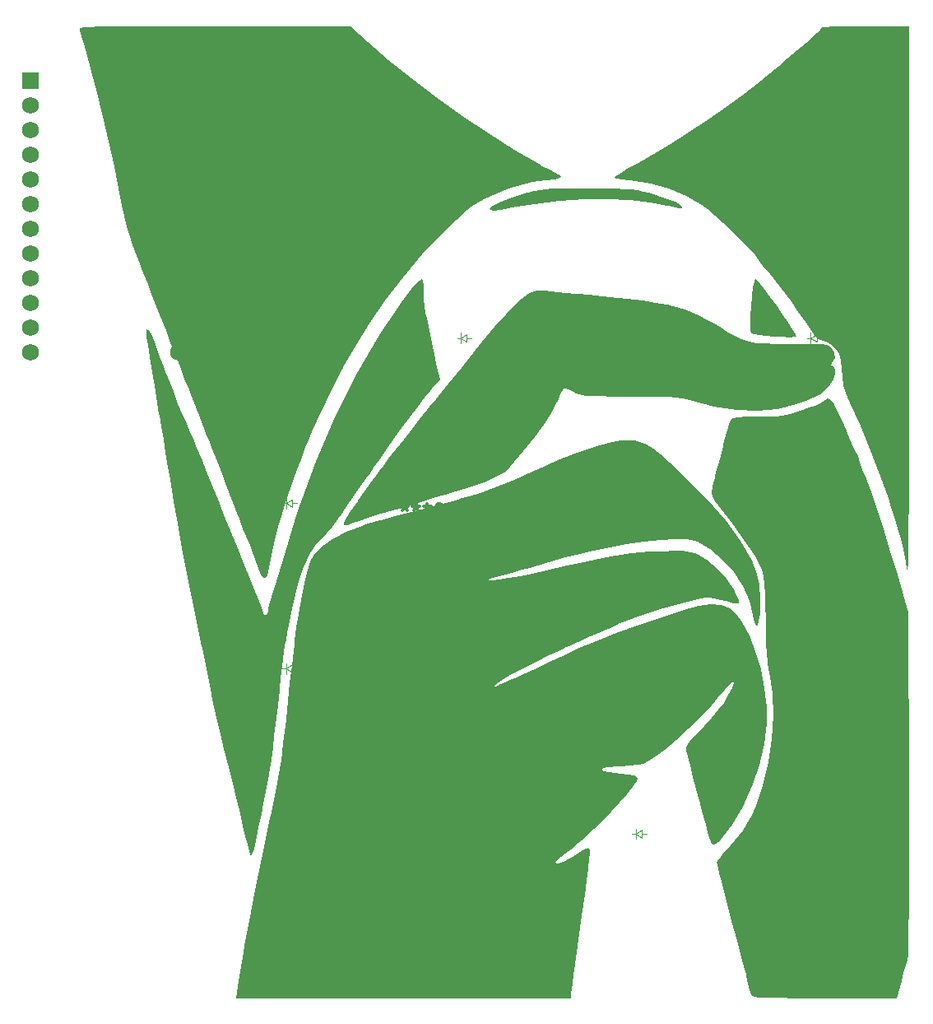
<source format=gbr>
%TF.GenerationSoftware,KiCad,Pcbnew,(6.0.4)*%
%TF.CreationDate,2022-07-18T01:28:08-04:00*%
%TF.ProjectId,lisa,6c697361-2e6b-4696-9361-645f70636258,v1.0.0*%
%TF.SameCoordinates,Original*%
%TF.FileFunction,Legend,Bot*%
%TF.FilePolarity,Positive*%
%FSLAX46Y46*%
G04 Gerber Fmt 4.6, Leading zero omitted, Abs format (unit mm)*
G04 Created by KiCad (PCBNEW (6.0.4)) date 2022-07-18 01:28:08*
%MOMM*%
%LPD*%
G01*
G04 APERTURE LIST*
%ADD10C,0.300000*%
%ADD11C,0.100000*%
%ADD12R,1.752600X1.752600*%
%ADD13C,1.752600*%
G04 APERTURE END LIST*
D10*
%TO.C,G\u002A\u002A\u002A*%
X15142571Y29362000D02*
X15287714Y29434571D01*
X15505428Y29434571D01*
X15723142Y29362000D01*
X15868285Y29216857D01*
X15940857Y29071714D01*
X16013428Y28781428D01*
X16013428Y28563714D01*
X15940857Y28273428D01*
X15868285Y28128285D01*
X15723142Y27983142D01*
X15505428Y27910571D01*
X15360285Y27910571D01*
X15142571Y27983142D01*
X15070000Y28055714D01*
X15070000Y28563714D01*
X15360285Y28563714D01*
X14199142Y29434571D02*
X14199142Y29071714D01*
X14562000Y29216857D02*
X14199142Y29071714D01*
X13836285Y29216857D01*
X14416857Y28781428D02*
X14199142Y29071714D01*
X13981428Y28781428D01*
X13038000Y29434571D02*
X13038000Y29071714D01*
X13400857Y29216857D02*
X13038000Y29071714D01*
X12675142Y29216857D01*
X13255714Y28781428D02*
X13038000Y29071714D01*
X12820285Y28781428D01*
X11876857Y29434571D02*
X11876857Y29071714D01*
X12239714Y29216857D02*
X11876857Y29071714D01*
X11514000Y29216857D01*
X12094571Y28781428D02*
X11876857Y29071714D01*
X11659142Y28781428D01*
G36*
X55655737Y40223037D02*
G01*
X55942909Y39859600D01*
X56165443Y39467611D01*
X56497705Y38795146D01*
X56891933Y37940945D01*
X57302946Y37000000D01*
X57327979Y36941084D01*
X57712075Y36052277D01*
X58049096Y35298861D01*
X58303459Y34758785D01*
X58439583Y34510001D01*
X58486455Y34443000D01*
X58600001Y34057821D01*
X58615666Y33949052D01*
X58752030Y33512469D01*
X58982972Y32947821D01*
X59272693Y32266294D01*
X59785414Y30917931D01*
X60377299Y29215631D01*
X61041204Y27180883D01*
X61769982Y24835177D01*
X62556490Y22200000D01*
X63700000Y18300000D01*
X63752810Y700000D01*
X63756176Y-549982D01*
X63760773Y-3352885D01*
X63760930Y-5971184D01*
X63756820Y-8380945D01*
X63748613Y-10558239D01*
X63736483Y-12479133D01*
X63720599Y-14119695D01*
X63701134Y-15455995D01*
X63678260Y-16464100D01*
X63652148Y-17120079D01*
X63622970Y-17400000D01*
X63582833Y-17518379D01*
X63423549Y-18050644D01*
X63215037Y-18802103D01*
X62991735Y-19650000D01*
X62543148Y-21400000D01*
X55085052Y-21400000D01*
X53523991Y-21399365D01*
X51885066Y-21395813D01*
X50577918Y-21387553D01*
X49564504Y-21372823D01*
X48806779Y-21349864D01*
X48266699Y-21316914D01*
X47906220Y-21272213D01*
X47687297Y-21214001D01*
X47571887Y-21140516D01*
X47521946Y-21050000D01*
X47504825Y-20991355D01*
X47385020Y-20559407D01*
X47203894Y-19889537D01*
X46993493Y-19100000D01*
X46970375Y-19012654D01*
X46726884Y-18093396D01*
X46488597Y-17194844D01*
X46304043Y-16500000D01*
X46038604Y-15501453D01*
X45503004Y-13480944D01*
X45061781Y-11806724D01*
X44707857Y-10451093D01*
X44434154Y-9386347D01*
X44233595Y-8584786D01*
X44099102Y-8018706D01*
X44023596Y-7660406D01*
X44000000Y-7482183D01*
X44060672Y-7322929D01*
X44346289Y-6898358D01*
X44812747Y-6317566D01*
X45400751Y-5657780D01*
X46638964Y-4146964D01*
X47595877Y-2528935D01*
X47999407Y-1627437D01*
X48734064Y505634D01*
X49284768Y2836636D01*
X49638901Y5263064D01*
X49783843Y7682415D01*
X49706973Y9992184D01*
X49395672Y12089869D01*
X49315846Y12470134D01*
X49186221Y13235546D01*
X49095794Y14059793D01*
X49038596Y15028093D01*
X49008654Y16225664D01*
X49000000Y17737724D01*
X48996692Y18812315D01*
X48971744Y20111130D01*
X48907668Y21136798D01*
X48787425Y21964825D01*
X48593980Y22670719D01*
X48310293Y23329987D01*
X47919327Y24018137D01*
X47404045Y24810676D01*
X46613749Y25966784D01*
X45808081Y27102617D01*
X45058958Y28118157D01*
X44419584Y28941315D01*
X43943164Y29500000D01*
X43903274Y29543329D01*
X43582718Y30009687D01*
X43457663Y30543062D01*
X43521831Y31240738D01*
X43768944Y32200000D01*
X43772862Y32213116D01*
X43908406Y32690118D01*
X44116428Y33447976D01*
X44369300Y34385126D01*
X44639394Y35400000D01*
X44672888Y35526296D01*
X44932657Y36475941D01*
X45167116Y37284555D01*
X45351689Y37869965D01*
X45461804Y38150000D01*
X45649758Y38256683D01*
X46134683Y38338596D01*
X46945511Y38385223D01*
X48118785Y38400000D01*
X49034658Y38407103D01*
X49974743Y38446079D01*
X50740206Y38533358D01*
X51458476Y38684843D01*
X52256982Y38916436D01*
X52629861Y39034648D01*
X53477278Y39318942D01*
X54097960Y39564560D01*
X54609514Y39821602D01*
X55129546Y40140169D01*
X55420407Y40290768D01*
X55655737Y40223037D01*
G37*
G36*
X35514069Y35941636D02*
G01*
X36117373Y35802631D01*
X36735063Y35535196D01*
X37410741Y35112483D01*
X38188011Y34507643D01*
X39110477Y33693830D01*
X40221742Y32644195D01*
X41565411Y31331891D01*
X42916865Y29949903D01*
X44853258Y27737804D01*
X46415040Y25620922D01*
X47597018Y23605909D01*
X48006946Y22550250D01*
X48322399Y21137613D01*
X48467848Y19612689D01*
X48422210Y18115746D01*
X48315416Y17405566D01*
X48163534Y16961540D01*
X47998039Y16899473D01*
X47839555Y17224405D01*
X47708704Y17941375D01*
X47702293Y17992634D01*
X47336727Y19465410D01*
X46653191Y20965565D01*
X45714718Y22409001D01*
X44584340Y23711620D01*
X43325090Y24789321D01*
X42000000Y25558006D01*
X41735475Y25649774D01*
X40853395Y25791447D01*
X39656781Y25825914D01*
X38195045Y25754892D01*
X36517603Y25580100D01*
X34673869Y25303256D01*
X33778747Y25145370D01*
X32495804Y24898981D01*
X31225845Y24626102D01*
X29890077Y24307654D01*
X28409709Y23924558D01*
X26705947Y23457734D01*
X24700000Y22888103D01*
X23975800Y22680740D01*
X22909867Y22378271D01*
X21988950Y22120184D01*
X21292782Y21928765D01*
X20901100Y21826301D01*
X20854745Y21814762D01*
X20527378Y21682277D01*
X20503844Y21559429D01*
X20545100Y21546018D01*
X20925670Y21552612D01*
X21621555Y21639852D01*
X22574843Y21797594D01*
X23727622Y22015691D01*
X25021978Y22283999D01*
X26400000Y22592371D01*
X26458891Y22606035D01*
X28549343Y23086568D01*
X30308965Y23479170D01*
X31793412Y23793217D01*
X33058340Y24038083D01*
X34159403Y24223145D01*
X35152258Y24357776D01*
X36092558Y24451354D01*
X37035960Y24513253D01*
X38038119Y24552847D01*
X38499187Y24566375D01*
X39580351Y24591504D01*
X40365927Y24591195D01*
X40933065Y24558782D01*
X41358915Y24487598D01*
X41720628Y24370976D01*
X42095356Y24202249D01*
X42949550Y23693476D01*
X44044292Y22797120D01*
X45018694Y21743715D01*
X45741733Y20660527D01*
X46025511Y20070977D01*
X46222550Y19555875D01*
X46266442Y19273701D01*
X46136948Y19188270D01*
X45716380Y19222861D01*
X44973415Y19423701D01*
X44394422Y19586601D01*
X43696300Y19740544D01*
X43203775Y19800000D01*
X42811472Y19764161D01*
X42008683Y19613001D01*
X40961783Y19363983D01*
X39746593Y19039242D01*
X38438933Y18660914D01*
X37114624Y18251138D01*
X35849485Y17832048D01*
X34719337Y17425781D01*
X33800000Y17054474D01*
X33699435Y17010305D01*
X33003454Y16704853D01*
X32300000Y16396402D01*
X32207506Y16355647D01*
X31583575Y16075497D01*
X30778469Y15708459D01*
X29942369Y15322915D01*
X29656178Y15190919D01*
X28985511Y14888763D01*
X28496253Y14678724D01*
X28278617Y14600000D01*
X28215246Y14579238D01*
X27857178Y14418445D01*
X27255330Y14129942D01*
X26484922Y13751387D01*
X25621176Y13320438D01*
X24739313Y12874752D01*
X23914555Y12451988D01*
X23222124Y12089803D01*
X22737240Y11825854D01*
X22263481Y11552300D01*
X21538332Y11102128D01*
X21152174Y10803340D01*
X21088926Y10644409D01*
X21170189Y10620086D01*
X21445167Y10739842D01*
X21518976Y10789698D01*
X21939209Y11008958D01*
X22500000Y11250997D01*
X22642578Y11307774D01*
X22965558Y11441944D01*
X23373206Y11619483D01*
X23911767Y11861477D01*
X24627483Y12189013D01*
X25566598Y12623178D01*
X26775356Y13185058D01*
X28300000Y13895740D01*
X29844795Y14599562D01*
X31730501Y15407531D01*
X33663055Y16173975D01*
X35728278Y16931360D01*
X38011987Y17712150D01*
X40600000Y18548812D01*
X42126018Y18957395D01*
X43394127Y19122470D01*
X44431038Y19035329D01*
X45279460Y18692329D01*
X45982103Y18089828D01*
X46583534Y17279631D01*
X47321035Y15911540D01*
X47968344Y14275754D01*
X48501267Y12446049D01*
X48895606Y10496205D01*
X49127166Y8500000D01*
X49126974Y6812165D01*
X48861702Y4713794D01*
X48343409Y2538572D01*
X47604256Y378618D01*
X46676401Y-1673948D01*
X45592006Y-3527008D01*
X44383231Y-5088444D01*
X44110664Y-5367814D01*
X43746486Y-5609103D01*
X43474862Y-5528525D01*
X43252292Y-5100639D01*
X43035278Y-4300000D01*
X42862329Y-3592665D01*
X42628309Y-2693660D01*
X42384448Y-1800000D01*
X42268868Y-1386724D01*
X41879201Y29884D01*
X41528546Y1339642D01*
X41231103Y2487003D01*
X41001066Y3416422D01*
X40852633Y4072354D01*
X40800000Y4399252D01*
X40876315Y4572178D01*
X41188770Y4991885D01*
X41686661Y5560248D01*
X42309581Y6205006D01*
X42658705Y6561163D01*
X43432169Y7410463D01*
X44150279Y8270206D01*
X44693303Y9000000D01*
X45188899Y9776334D01*
X45581566Y10492392D01*
X45767744Y10967496D01*
X45751219Y11179176D01*
X45535777Y11104962D01*
X45125204Y10722385D01*
X44523286Y10008977D01*
X44422610Y9881934D01*
X43430642Y8718025D01*
X42286762Y7503680D01*
X41057580Y6299646D01*
X39809706Y5166668D01*
X38609751Y4165491D01*
X37524324Y3356862D01*
X36620035Y2801526D01*
X36400631Y2727505D01*
X35802124Y2614312D01*
X34986051Y2515991D01*
X34063061Y2447848D01*
X33745064Y2429833D01*
X32794313Y2344026D01*
X32241397Y2235159D01*
X32086727Y2109777D01*
X32330712Y1974427D01*
X32973761Y1835652D01*
X34016283Y1700000D01*
X34912969Y1591442D01*
X35489034Y1483075D01*
X35778304Y1362124D01*
X35837787Y1213361D01*
X35712624Y924877D01*
X35326435Y342459D01*
X34736721Y-412121D01*
X33994591Y-1281437D01*
X33151152Y-2208060D01*
X32257510Y-3134565D01*
X31364773Y-4003523D01*
X30524048Y-4757508D01*
X30052193Y-5159289D01*
X29429817Y-5692927D01*
X28960939Y-6099463D01*
X28721535Y-6313319D01*
X28404377Y-6568991D01*
X27950000Y-6886320D01*
X27918645Y-6907118D01*
X27551300Y-7203635D01*
X27400000Y-7426812D01*
X27405817Y-7452593D01*
X27610281Y-7513269D01*
X27984163Y-7461439D01*
X28359085Y-7334301D01*
X28566667Y-7169058D01*
X28581349Y-7139524D01*
X28830632Y-7000000D01*
X28973974Y-6953291D01*
X29383901Y-6731581D01*
X29916014Y-6388982D01*
X30020266Y-6317845D01*
X30512242Y-6016096D01*
X30785610Y-5942187D01*
X30916883Y-6071874D01*
X30921427Y-6089977D01*
X30917771Y-6426655D01*
X30859361Y-7108181D01*
X30751866Y-8090724D01*
X30600952Y-9330454D01*
X30412289Y-10783542D01*
X30191542Y-12406155D01*
X29944382Y-14154464D01*
X29676474Y-15984639D01*
X29393486Y-17852848D01*
X29379815Y-17941845D01*
X29231810Y-18945933D01*
X29111100Y-19836705D01*
X29029794Y-20520299D01*
X29000000Y-20902848D01*
X29000000Y-21400000D01*
X-5456982Y-21400000D01*
X-5335337Y-20250000D01*
X-5252345Y-19632846D01*
X-5083487Y-18599216D01*
X-4837820Y-17217959D01*
X-4519707Y-15511748D01*
X-4133514Y-13503258D01*
X-3683605Y-11215164D01*
X-3174347Y-8670140D01*
X-2610105Y-5890860D01*
X-1995242Y-2900000D01*
X-1940310Y-2634207D01*
X-1615497Y-1052865D01*
X-1358550Y227609D01*
X-1156275Y1285926D01*
X-995474Y2200795D01*
X-862952Y3050927D01*
X-745513Y3915031D01*
X-629958Y4871819D01*
X-503094Y6000000D01*
X-359930Y7294248D01*
X-153256Y9151497D01*
X49168Y10954541D01*
X264264Y12853876D01*
X508955Y15000000D01*
X554575Y15383927D01*
X737035Y16730106D01*
X957915Y18144587D01*
X1202527Y19549836D01*
X1456182Y20868320D01*
X1704193Y22022505D01*
X1931870Y22934858D01*
X2124524Y23527846D01*
X2480095Y24151718D01*
X3299223Y25027088D01*
X4439803Y25848256D01*
X5855506Y26583561D01*
X7500000Y27201341D01*
X7846276Y27310111D01*
X8404929Y27483532D01*
X8909721Y27634937D01*
X9434200Y27784572D01*
X10051918Y27952681D01*
X10836424Y28159510D01*
X11861268Y28425304D01*
X13200000Y28770307D01*
X15109673Y29266357D01*
X16767742Y29710872D01*
X18175216Y30109992D01*
X19402498Y30487720D01*
X20519986Y30868056D01*
X21598080Y31275001D01*
X22707180Y31732558D01*
X23917687Y32264726D01*
X25300000Y32895507D01*
X25379887Y32932305D01*
X27586471Y33904492D01*
X29594626Y34702435D01*
X31370596Y35314464D01*
X32880621Y35728911D01*
X34090945Y35934108D01*
X34176200Y35941747D01*
X34881546Y35979059D01*
X35514069Y35941636D01*
G37*
G36*
X13639114Y52599928D02*
G01*
X13720894Y52410517D01*
X13780370Y51926201D01*
X13804772Y51250000D01*
X13828438Y50567524D01*
X13905192Y49735220D01*
X14015850Y49100000D01*
X14145777Y48555974D01*
X14323585Y47744358D01*
X14496085Y46900000D01*
X14499432Y46882910D01*
X14685681Y45955696D01*
X14909671Y44873759D01*
X15123661Y43867771D01*
X15477309Y42235542D01*
X14688655Y41297937D01*
X14492979Y41060366D01*
X13926286Y40343289D01*
X13216355Y39417923D01*
X12411565Y38349945D01*
X11560295Y37205030D01*
X10710924Y36048855D01*
X9911830Y34947095D01*
X9211392Y33965427D01*
X8657990Y33169528D01*
X8300000Y32625072D01*
X8098135Y32326181D01*
X7729219Y31809055D01*
X7282456Y31200000D01*
X7077104Y30918878D01*
X6528887Y30142691D01*
X5909347Y29240339D01*
X5317174Y28354702D01*
X5005014Y27898561D01*
X4404214Y27100190D01*
X3828585Y26422157D01*
X3369006Y25975452D01*
X2809395Y25405271D01*
X2121565Y24334728D01*
X1472410Y22899542D01*
X869247Y21119101D01*
X319394Y19012791D01*
X-169832Y16600000D01*
X-251067Y16141200D01*
X-360592Y15502544D01*
X-459438Y14886741D01*
X-554270Y14241221D01*
X-651754Y13513411D01*
X-758553Y12650740D01*
X-881332Y11600635D01*
X-1026756Y10310525D01*
X-1201490Y8727837D01*
X-1412199Y6800000D01*
X-1553334Y5556483D01*
X-1708462Y4285596D01*
X-1858644Y3142525D01*
X-1992026Y2217312D01*
X-2096753Y1600000D01*
X-2113612Y1515348D01*
X-2260315Y772618D01*
X-2455815Y-224204D01*
X-2676618Y-1355087D01*
X-2899231Y-2500000D01*
X-2952064Y-2771355D01*
X-3164616Y-3844255D01*
X-3362853Y-4817814D01*
X-3526616Y-5594166D01*
X-3635743Y-6075440D01*
X-3688310Y-6261660D01*
X-3846267Y-6617310D01*
X-3982324Y-6675440D01*
X-4009403Y-6625017D01*
X-4134022Y-6250778D01*
X-4317624Y-5588582D01*
X-4540089Y-4713348D01*
X-4781300Y-3700000D01*
X-5083751Y-2393667D01*
X-5471060Y-742965D01*
X-5813630Y683044D01*
X-6135645Y1983069D01*
X-6461286Y3255819D01*
X-6814737Y4600000D01*
X-6827296Y4647409D01*
X-7109355Y5769011D01*
X-7425172Y7111227D01*
X-7737050Y8509681D01*
X-8007292Y9800000D01*
X-8037659Y9951302D01*
X-8290605Y11200921D01*
X-8554267Y12487694D01*
X-8799161Y13668446D01*
X-8995801Y14600000D01*
X-9109040Y15131599D01*
X-9572892Y17365560D01*
X-10059855Y19790582D01*
X-10554288Y22323576D01*
X-11040551Y24881452D01*
X-11503004Y27381123D01*
X-11926007Y29739497D01*
X-12293919Y31873486D01*
X-12591099Y33700000D01*
X-12743604Y34665541D01*
X-12967507Y36054072D01*
X-13193543Y37429238D01*
X-13390545Y38600000D01*
X-13408022Y38702087D01*
X-13802436Y41026658D01*
X-14124541Y42969817D01*
X-14376027Y44542783D01*
X-14558585Y45756775D01*
X-14673904Y46623010D01*
X-14723673Y47152706D01*
X-14709583Y47357083D01*
X-14687247Y47376597D01*
X-14473594Y47333871D01*
X-14214963Y46911011D01*
X-13906231Y46100000D01*
X-13728315Y45592219D01*
X-13426402Y44770996D01*
X-13059926Y43800862D01*
X-12673052Y42800000D01*
X-12378285Y42046764D01*
X-12043478Y41192794D01*
X-11780502Y40528470D01*
X-11551165Y39960890D01*
X-11317272Y39397155D01*
X-11040630Y38744362D01*
X-10683046Y37909611D01*
X-10206326Y36800000D01*
X-10198212Y36781099D01*
X-9927018Y36139134D01*
X-9547912Y35227785D01*
X-9078199Y34089685D01*
X-8535182Y32767470D01*
X-7936167Y31303774D01*
X-7298456Y29741234D01*
X-6639354Y28122483D01*
X-5976164Y26490156D01*
X-5326192Y24886888D01*
X-4706741Y23355315D01*
X-4135114Y21938071D01*
X-3628617Y20677790D01*
X-3204553Y19617109D01*
X-2880226Y18798662D01*
X-2672940Y18265083D01*
X-2600000Y18059007D01*
X-2594881Y18045757D01*
X-2400000Y18000000D01*
X-2274735Y18098694D01*
X-2197089Y18450000D01*
X-2184452Y18605225D01*
X-2070378Y19159448D01*
X-1876816Y19800000D01*
X-1815909Y19979573D01*
X-1609543Y20628599D01*
X-1334831Y21527714D01*
X-1020287Y22582865D01*
X-694426Y23700000D01*
X804580Y28521399D01*
X2652760Y33604282D01*
X4677340Y38339822D01*
X6881676Y42735801D01*
X9269125Y46800000D01*
X9736287Y47527754D01*
X10675648Y48946276D01*
X11530992Y50177565D01*
X12278580Y51190101D01*
X12894673Y51952366D01*
X13355532Y52432839D01*
X13637419Y52600000D01*
X13639114Y52599928D01*
G37*
G36*
X7233324Y77750000D02*
G01*
X8072220Y76969208D01*
X10189419Y75127186D01*
X12566071Y73208849D01*
X15126632Y71268874D01*
X17795557Y69361940D01*
X20497304Y67542725D01*
X23156327Y65865905D01*
X25697084Y64386159D01*
X26024013Y64205865D01*
X26747133Y63814933D01*
X27326592Y63512210D01*
X27659933Y63351692D01*
X27726590Y63322956D01*
X27945882Y63137441D01*
X27780720Y62968284D01*
X27244543Y62822116D01*
X26350791Y62705571D01*
X25012477Y62522912D01*
X22559097Y61886293D01*
X20183921Y60876504D01*
X20162283Y60865368D01*
X19394416Y60441954D01*
X18696162Y59984230D01*
X17983267Y59426402D01*
X17171474Y58702680D01*
X16176529Y57747272D01*
X15682368Y57255752D01*
X13635206Y55076595D01*
X11661872Y52754791D01*
X9829935Y50376991D01*
X8206960Y48029843D01*
X6860515Y45800000D01*
X6542129Y45228509D01*
X6035242Y44327550D01*
X5559195Y43489761D01*
X5534416Y43446421D01*
X5264150Y42966365D01*
X5006587Y42489242D01*
X4731615Y41954056D01*
X4409126Y41299816D01*
X4009009Y40465527D01*
X3501154Y39390195D01*
X2855450Y38012829D01*
X2794944Y37883513D01*
X2491325Y37231993D01*
X2243462Y36687449D01*
X2024033Y36180831D01*
X1805720Y35643094D01*
X1561202Y35005189D01*
X1263159Y34198070D01*
X884272Y33152690D01*
X397220Y31800000D01*
X282698Y31480630D01*
X-289137Y29838642D01*
X-747126Y28416029D01*
X-1127896Y27086347D01*
X-1468074Y25723153D01*
X-1804289Y24200000D01*
X-1908354Y23711796D01*
X-2080230Y22932128D01*
X-2217008Y22344987D01*
X-2295906Y22050000D01*
X-2435626Y21852560D01*
X-2706237Y21845162D01*
X-2927960Y22150000D01*
X-2945566Y22199644D01*
X-3089262Y22580215D01*
X-3353665Y23267666D01*
X-3719647Y24212684D01*
X-4168083Y25365955D01*
X-4679844Y26678165D01*
X-5235802Y28100000D01*
X-5295811Y28253297D01*
X-5896279Y29789270D01*
X-6489036Y31308906D01*
X-7046402Y32741001D01*
X-7540694Y34014351D01*
X-7944230Y35057752D01*
X-8229329Y35800000D01*
X-8496472Y36495290D01*
X-8842668Y37382457D01*
X-9135668Y38118126D01*
X-9331485Y38590915D01*
X-9468323Y38918911D01*
X-9740871Y39600376D01*
X-10077323Y40461396D01*
X-10433953Y41390915D01*
X-10695084Y42075468D01*
X-11174249Y43323053D01*
X-11678654Y44628302D01*
X-12134549Y45800000D01*
X-12637176Y47085670D01*
X-13420866Y49090412D01*
X-14082321Y50782687D01*
X-14636533Y52200865D01*
X-15098493Y53383316D01*
X-15483193Y54368409D01*
X-15805625Y55194514D01*
X-16080780Y55900000D01*
X-16327112Y56597652D01*
X-16734476Y58010453D01*
X-17159726Y59785430D01*
X-17597155Y61900000D01*
X-18049339Y64142744D01*
X-18601122Y66696602D01*
X-19185528Y69236851D01*
X-19779842Y71667958D01*
X-20361347Y73894392D01*
X-20907326Y75820621D01*
X-20907958Y75822737D01*
X-21176690Y76741211D01*
X-21396735Y77527706D01*
X-21545402Y78098687D01*
X-21600000Y78370621D01*
X-21599283Y78374757D01*
X-21471763Y78421678D01*
X-21111761Y78462363D01*
X-20500665Y78497117D01*
X-19619865Y78526246D01*
X-18450748Y78550056D01*
X-16974704Y78568851D01*
X-15173121Y78582937D01*
X-13027388Y78592620D01*
X-10518892Y78598206D01*
X-7629023Y78600000D01*
X6341953Y78600000D01*
X7233324Y77750000D01*
G37*
G36*
X63796938Y50450000D02*
G01*
X63796741Y49377476D01*
X63794267Y45158380D01*
X63789143Y41283888D01*
X63781405Y37759036D01*
X63771088Y34588859D01*
X63758229Y31778393D01*
X63742862Y29332673D01*
X63725023Y27256735D01*
X63704748Y25555613D01*
X63682073Y24234343D01*
X63657033Y23297961D01*
X63629664Y22751502D01*
X63600000Y22600000D01*
X63481011Y22887422D01*
X63402559Y23400000D01*
X63400620Y23450711D01*
X63322973Y23962733D01*
X63146951Y24764447D01*
X62892959Y25777444D01*
X62581402Y26923309D01*
X62232686Y28123632D01*
X61867215Y29300000D01*
X61710357Y29781517D01*
X60764945Y32506461D01*
X59750359Y35159840D01*
X58709525Y37633667D01*
X57685373Y39819950D01*
X57682090Y39826530D01*
X57238499Y40814987D01*
X56991314Y41651673D01*
X56892171Y42500000D01*
X56843846Y43315565D01*
X56736213Y44214414D01*
X56561120Y44853397D01*
X56293018Y45314971D01*
X55906357Y45681592D01*
X55811868Y45751042D01*
X55232006Y46101210D01*
X54712066Y46314844D01*
X54458156Y46424470D01*
X53982406Y46859140D01*
X53434731Y47637315D01*
X53093521Y48168537D01*
X52381056Y49211900D01*
X51546335Y50378265D01*
X50672826Y51554007D01*
X49843999Y52625501D01*
X49143322Y53479122D01*
X48741292Y53958714D01*
X48275197Y54546049D01*
X47960966Y54979122D01*
X47670249Y55349709D01*
X47106639Y55961842D01*
X46365905Y56708048D01*
X45517814Y57522810D01*
X44632132Y58340609D01*
X43778627Y59095928D01*
X43027067Y59723247D01*
X42447219Y60157050D01*
X40804261Y61134648D01*
X39058355Y61887583D01*
X37177274Y62399667D01*
X35045562Y62710735D01*
X34958655Y62719481D01*
X34250696Y62812234D01*
X33725198Y62917995D01*
X33490389Y63015552D01*
X33488013Y63039208D01*
X33676876Y63229962D01*
X34130101Y63524750D01*
X34768143Y63870359D01*
X35743937Y64384418D01*
X37378479Y65321918D01*
X39197565Y66437799D01*
X41130046Y67683902D01*
X43104773Y69012070D01*
X45050596Y70374145D01*
X46896366Y71721970D01*
X48570934Y73007387D01*
X50003150Y74182237D01*
X50304996Y74440758D01*
X51250273Y75248476D01*
X52263006Y76111743D01*
X53170204Y76883037D01*
X53697880Y77339854D01*
X54267830Y77858289D01*
X54656373Y78242816D01*
X54800001Y78433037D01*
X54851055Y78458123D01*
X55224395Y78503614D01*
X55912406Y78542642D01*
X56858641Y78573111D01*
X58006655Y78592929D01*
X59300000Y78600000D01*
X63800000Y78600000D01*
X63796938Y50450000D01*
G37*
G36*
X26253252Y51344843D02*
G01*
X28400887Y51155117D01*
X30854634Y50931609D01*
X32974460Y50725707D01*
X34796938Y50529539D01*
X36358643Y50335231D01*
X37696148Y50134911D01*
X38846028Y49920708D01*
X39844855Y49684748D01*
X40729205Y49419160D01*
X41535650Y49116070D01*
X42300765Y48767607D01*
X43061123Y48365898D01*
X43853299Y47903070D01*
X44713866Y47371251D01*
X44755273Y47345281D01*
X45511157Y46878543D01*
X46140304Y46526441D01*
X46717960Y46272678D01*
X47319375Y46100957D01*
X48019796Y45994982D01*
X48894473Y45938454D01*
X50018652Y45915077D01*
X51467583Y45908554D01*
X52355744Y45906284D01*
X53488227Y45899080D01*
X54313181Y45881980D01*
X54887537Y45848693D01*
X55268224Y45792927D01*
X55512174Y45708391D01*
X55676317Y45588793D01*
X55817583Y45427844D01*
X56098740Y44991793D01*
X56161214Y44467783D01*
X55855613Y43950953D01*
X55777442Y43862371D01*
X55644271Y43649859D01*
X55800865Y43635205D01*
X55994682Y43590687D01*
X56146808Y43278684D01*
X56154473Y42779112D01*
X56001867Y42204507D01*
X55511199Y41431806D01*
X54637375Y40707517D01*
X53389841Y40083794D01*
X52197439Y39656152D01*
X50223125Y39180172D01*
X48191598Y38990125D01*
X46047484Y39086256D01*
X43735409Y39468813D01*
X41200000Y40138042D01*
X40923182Y40213544D01*
X40443933Y40306148D01*
X39842143Y40375693D01*
X39062334Y40425350D01*
X38049027Y40458289D01*
X36746742Y40477683D01*
X35100000Y40486701D01*
X34718101Y40487770D01*
X33249755Y40494242D01*
X32114136Y40506731D01*
X31256328Y40529557D01*
X30621417Y40567043D01*
X30154487Y40623508D01*
X29800623Y40703276D01*
X29504911Y40810666D01*
X29212435Y40950000D01*
X28897542Y41107959D01*
X28464775Y41317800D01*
X28272651Y41400000D01*
X28265636Y41394836D01*
X28137648Y41175506D01*
X27894398Y40697560D01*
X27581455Y40050000D01*
X27551693Y39987423D01*
X26927971Y38797886D01*
X26173910Y37586713D01*
X25246541Y36293803D01*
X24102894Y34859054D01*
X22700000Y33222366D01*
X22645319Y33161995D01*
X22077132Y32674788D01*
X21280293Y32204749D01*
X20213016Y31733131D01*
X18833515Y31241190D01*
X17100000Y30710179D01*
X16047078Y30400067D01*
X14740864Y30004310D01*
X13484063Y29613408D01*
X12444531Y29278965D01*
X11774266Y29062648D01*
X10977544Y28819798D01*
X10369283Y28651121D01*
X10044531Y28584134D01*
X9879542Y28554860D01*
X9368275Y28415531D01*
X8641917Y28188819D01*
X7800000Y27904847D01*
X7252863Y27714950D01*
X6524371Y27466176D01*
X5998195Y27291644D01*
X5761804Y27220713D01*
X5746218Y27218597D01*
X5571767Y27273463D01*
X5597562Y27522189D01*
X5837797Y27992931D01*
X6306669Y28713847D01*
X7018375Y29713096D01*
X7068555Y29781854D01*
X7726254Y30685710D01*
X8354741Y31553769D01*
X8884955Y32290407D01*
X9247833Y32800000D01*
X9631032Y33323377D01*
X10217766Y34096739D01*
X10946108Y35040262D01*
X11760280Y36082879D01*
X12604504Y37153521D01*
X13423004Y38181120D01*
X14160002Y39094609D01*
X14759720Y39822918D01*
X14880323Y39967870D01*
X15363408Y40556300D01*
X16025520Y41370052D01*
X16814785Y42345094D01*
X17679330Y43417393D01*
X18567280Y44522918D01*
X19841697Y46094190D01*
X21143711Y47647652D01*
X22249301Y48900844D01*
X23173703Y49870351D01*
X23932154Y50572758D01*
X24539887Y51024652D01*
X24906523Y51218312D01*
X25485149Y51359828D01*
X26253252Y51344843D01*
G37*
G36*
X48066357Y52583334D02*
G01*
X48232990Y52371894D01*
X48811419Y51613461D01*
X49452303Y50744292D01*
X50112622Y49826062D01*
X50749355Y48920442D01*
X51319481Y48089106D01*
X51779978Y47393728D01*
X52087825Y46895979D01*
X52200000Y46657535D01*
X52196164Y46647678D01*
X51965172Y46600646D01*
X51444625Y46590505D01*
X50729307Y46611098D01*
X49914004Y46656270D01*
X49093502Y46719865D01*
X48362586Y46795726D01*
X47816040Y46877697D01*
X47548652Y46959624D01*
X47475908Y47059343D01*
X47409058Y47348616D01*
X47392240Y47857911D01*
X47424539Y48646287D01*
X47505039Y49772800D01*
X47591706Y50769792D01*
X47702251Y51731976D01*
X47814887Y52338332D01*
X47934596Y52613803D01*
X48066357Y52583334D01*
G37*
G36*
X31119476Y61886439D02*
G01*
X32552921Y61879528D01*
X33673137Y61861535D01*
X34549388Y61827427D01*
X35250937Y61772170D01*
X35847046Y61690731D01*
X36406980Y61578075D01*
X37000000Y61429168D01*
X37984218Y61142463D01*
X38943142Y60810365D01*
X39708961Y60487749D01*
X40216354Y60202413D01*
X40400000Y59982159D01*
X40398512Y59940012D01*
X40344876Y59837229D01*
X40153188Y59823719D01*
X39741153Y59905972D01*
X39026478Y60090477D01*
X38922953Y60117548D01*
X37139160Y60466403D01*
X35056977Y60686565D01*
X32751543Y60778964D01*
X30297992Y60744531D01*
X27771460Y60584197D01*
X25247084Y60298891D01*
X22800000Y59889544D01*
X22663471Y59862777D01*
X21692135Y59692169D01*
X21054920Y59627759D01*
X20706112Y59667915D01*
X20600000Y59811006D01*
X20638406Y59895070D01*
X20971661Y60142746D01*
X21589865Y60451269D01*
X22423228Y60791051D01*
X23401961Y61132501D01*
X24456275Y61446029D01*
X24613364Y61488076D01*
X25173086Y61624378D01*
X25721961Y61726184D01*
X26328455Y61798329D01*
X27061037Y61845651D01*
X27988177Y61872984D01*
X29178342Y61885165D01*
X30700000Y61887030D01*
X31119476Y61886439D01*
G37*
D11*
%TO.C,D1*%
X250000Y-4500000D02*
X750000Y-4500000D01*
X250000Y-4900000D02*
X-350000Y-4500000D01*
X250000Y-4100000D02*
X250000Y-4900000D01*
X-350000Y-4500000D02*
X250000Y-4100000D01*
X-350000Y-4500000D02*
X-350000Y-5050000D01*
X-350000Y-4500000D02*
X-350000Y-3950000D01*
X-750000Y-4500000D02*
X-350000Y-4500000D01*
%TO.C,D2*%
X250000Y12500000D02*
X750000Y12500000D01*
X250000Y12100000D02*
X-350000Y12500000D01*
X250000Y12900000D02*
X250000Y12100000D01*
X-350000Y12500000D02*
X250000Y12900000D01*
X-350000Y12500000D02*
X-350000Y11950000D01*
X-350000Y12500000D02*
X-350000Y13050000D01*
X-750000Y12500000D02*
X-350000Y12500000D01*
%TO.C,D3*%
X250000Y29500000D02*
X750000Y29500000D01*
X250000Y29100000D02*
X-350000Y29500000D01*
X250000Y29900000D02*
X250000Y29100000D01*
X-350000Y29500000D02*
X250000Y29900000D01*
X-350000Y29500000D02*
X-350000Y28950000D01*
X-350000Y29500000D02*
X-350000Y30050000D01*
X-750000Y29500000D02*
X-350000Y29500000D01*
%TO.C,D4*%
X250000Y46500000D02*
X750000Y46500000D01*
X250000Y46100000D02*
X-350000Y46500000D01*
X250000Y46900000D02*
X250000Y46100000D01*
X-350000Y46500000D02*
X250000Y46900000D01*
X-350000Y46500000D02*
X-350000Y45950000D01*
X-350000Y46500000D02*
X-350000Y47050000D01*
X-750000Y46500000D02*
X-350000Y46500000D01*
%TO.C,D5*%
X250000Y63500000D02*
X750000Y63500000D01*
X250000Y63100000D02*
X-350000Y63500000D01*
X250000Y63900000D02*
X250000Y63100000D01*
X-350000Y63500000D02*
X250000Y63900000D01*
X-350000Y63500000D02*
X-350000Y62950000D01*
X-350000Y63500000D02*
X-350000Y64050000D01*
X-750000Y63500000D02*
X-350000Y63500000D01*
%TO.C,D6*%
X18250000Y-4500000D02*
X18750000Y-4500000D01*
X18250000Y-4900000D02*
X17650000Y-4500000D01*
X18250000Y-4100000D02*
X18250000Y-4900000D01*
X17650000Y-4500000D02*
X18250000Y-4100000D01*
X17650000Y-4500000D02*
X17650000Y-5050000D01*
X17650000Y-4500000D02*
X17650000Y-3950000D01*
X17250000Y-4500000D02*
X17650000Y-4500000D01*
%TO.C,D7*%
X18250000Y12500000D02*
X18750000Y12500000D01*
X18250000Y12100000D02*
X17650000Y12500000D01*
X18250000Y12900000D02*
X18250000Y12100000D01*
X17650000Y12500000D02*
X18250000Y12900000D01*
X17650000Y12500000D02*
X17650000Y11950000D01*
X17650000Y12500000D02*
X17650000Y13050000D01*
X17250000Y12500000D02*
X17650000Y12500000D01*
%TO.C,D8*%
X18250000Y29500000D02*
X18750000Y29500000D01*
X18250000Y29100000D02*
X17650000Y29500000D01*
X18250000Y29900000D02*
X18250000Y29100000D01*
X17650000Y29500000D02*
X18250000Y29900000D01*
X17650000Y29500000D02*
X17650000Y28950000D01*
X17650000Y29500000D02*
X17650000Y30050000D01*
X17250000Y29500000D02*
X17650000Y29500000D01*
%TO.C,D9*%
X18250000Y46500000D02*
X18750000Y46500000D01*
X18250000Y46100000D02*
X17650000Y46500000D01*
X18250000Y46900000D02*
X18250000Y46100000D01*
X17650000Y46500000D02*
X18250000Y46900000D01*
X17650000Y46500000D02*
X17650000Y45950000D01*
X17650000Y46500000D02*
X17650000Y47050000D01*
X17250000Y46500000D02*
X17650000Y46500000D01*
%TO.C,D10*%
X18250000Y63500000D02*
X18750000Y63500000D01*
X18250000Y63100000D02*
X17650000Y63500000D01*
X18250000Y63900000D02*
X18250000Y63100000D01*
X17650000Y63500000D02*
X18250000Y63900000D01*
X17650000Y63500000D02*
X17650000Y62950000D01*
X17650000Y63500000D02*
X17650000Y64050000D01*
X17250000Y63500000D02*
X17650000Y63500000D01*
%TO.C,D11*%
X36250000Y-4500000D02*
X36750000Y-4500000D01*
X36250000Y-4900000D02*
X35650000Y-4500000D01*
X36250000Y-4100000D02*
X36250000Y-4900000D01*
X35650000Y-4500000D02*
X36250000Y-4100000D01*
X35650000Y-4500000D02*
X35650000Y-5050000D01*
X35650000Y-4500000D02*
X35650000Y-3950000D01*
X35250000Y-4500000D02*
X35650000Y-4500000D01*
%TO.C,D12*%
X36250000Y12500000D02*
X36750000Y12500000D01*
X36250000Y12100000D02*
X35650000Y12500000D01*
X36250000Y12900000D02*
X36250000Y12100000D01*
X35650000Y12500000D02*
X36250000Y12900000D01*
X35650000Y12500000D02*
X35650000Y11950000D01*
X35650000Y12500000D02*
X35650000Y13050000D01*
X35250000Y12500000D02*
X35650000Y12500000D01*
%TO.C,D13*%
X36250000Y29500000D02*
X36750000Y29500000D01*
X36250000Y29100000D02*
X35650000Y29500000D01*
X36250000Y29900000D02*
X36250000Y29100000D01*
X35650000Y29500000D02*
X36250000Y29900000D01*
X35650000Y29500000D02*
X35650000Y28950000D01*
X35650000Y29500000D02*
X35650000Y30050000D01*
X35250000Y29500000D02*
X35650000Y29500000D01*
%TO.C,D14*%
X36250000Y46500000D02*
X36750000Y46500000D01*
X36250000Y46100000D02*
X35650000Y46500000D01*
X36250000Y46900000D02*
X36250000Y46100000D01*
X35650000Y46500000D02*
X36250000Y46900000D01*
X35650000Y46500000D02*
X35650000Y45950000D01*
X35650000Y46500000D02*
X35650000Y47050000D01*
X35250000Y46500000D02*
X35650000Y46500000D01*
%TO.C,D15*%
X36250000Y63500000D02*
X36750000Y63500000D01*
X36250000Y63100000D02*
X35650000Y63500000D01*
X36250000Y63900000D02*
X36250000Y63100000D01*
X35650000Y63500000D02*
X36250000Y63900000D01*
X35650000Y63500000D02*
X35650000Y62950000D01*
X35650000Y63500000D02*
X35650000Y64050000D01*
X35250000Y63500000D02*
X35650000Y63500000D01*
%TO.C,D16*%
X54250000Y-4500000D02*
X54750000Y-4500000D01*
X54250000Y-4900000D02*
X53650000Y-4500000D01*
X54250000Y-4100000D02*
X54250000Y-4900000D01*
X53650000Y-4500000D02*
X54250000Y-4100000D01*
X53650000Y-4500000D02*
X53650000Y-5050000D01*
X53650000Y-4500000D02*
X53650000Y-3950000D01*
X53250000Y-4500000D02*
X53650000Y-4500000D01*
%TO.C,D17*%
X54250000Y12500000D02*
X54750000Y12500000D01*
X54250000Y12100000D02*
X53650000Y12500000D01*
X54250000Y12900000D02*
X54250000Y12100000D01*
X53650000Y12500000D02*
X54250000Y12900000D01*
X53650000Y12500000D02*
X53650000Y11950000D01*
X53650000Y12500000D02*
X53650000Y13050000D01*
X53250000Y12500000D02*
X53650000Y12500000D01*
%TO.C,D18*%
X54250000Y29500000D02*
X54750000Y29500000D01*
X54250000Y29100000D02*
X53650000Y29500000D01*
X54250000Y29900000D02*
X54250000Y29100000D01*
X53650000Y29500000D02*
X54250000Y29900000D01*
X53650000Y29500000D02*
X53650000Y28950000D01*
X53650000Y29500000D02*
X53650000Y30050000D01*
X53250000Y29500000D02*
X53650000Y29500000D01*
%TO.C,D19*%
X54250000Y46500000D02*
X54750000Y46500000D01*
X54250000Y46100000D02*
X53650000Y46500000D01*
X54250000Y46900000D02*
X54250000Y46100000D01*
X53650000Y46500000D02*
X54250000Y46900000D01*
X53650000Y46500000D02*
X53650000Y45950000D01*
X53650000Y46500000D02*
X53650000Y47050000D01*
X53250000Y46500000D02*
X53650000Y46500000D01*
%TO.C,D20*%
X54250000Y63500000D02*
X54750000Y63500000D01*
X54250000Y63100000D02*
X53650000Y63500000D01*
X54250000Y63900000D02*
X54250000Y63100000D01*
X53650000Y63500000D02*
X54250000Y63900000D01*
X53650000Y63500000D02*
X53650000Y62950000D01*
X53650000Y63500000D02*
X53650000Y64050000D01*
X53250000Y63500000D02*
X53650000Y63500000D01*
%TD*%
D12*
%TO.C,MCU1*%
X-26620000Y72970000D03*
D13*
X-26620000Y70430000D03*
X-26620000Y67890000D03*
X-26620000Y65350000D03*
X-26620000Y62810000D03*
X-26620000Y60270000D03*
X-26620000Y57730000D03*
X-26620000Y55190000D03*
X-26620000Y52650000D03*
X-26620000Y50110000D03*
X-26620000Y47570000D03*
X-26620000Y45030000D03*
X-11380000Y72970000D03*
X-11380000Y70430000D03*
X-11380000Y67890000D03*
X-11380000Y65350000D03*
X-11380000Y62810000D03*
X-11380000Y60270000D03*
X-11380000Y57730000D03*
X-11380000Y55190000D03*
X-11380000Y52650000D03*
X-11380000Y50110000D03*
X-11380000Y47570000D03*
X-11380000Y45030000D03*
%TD*%
M02*

</source>
